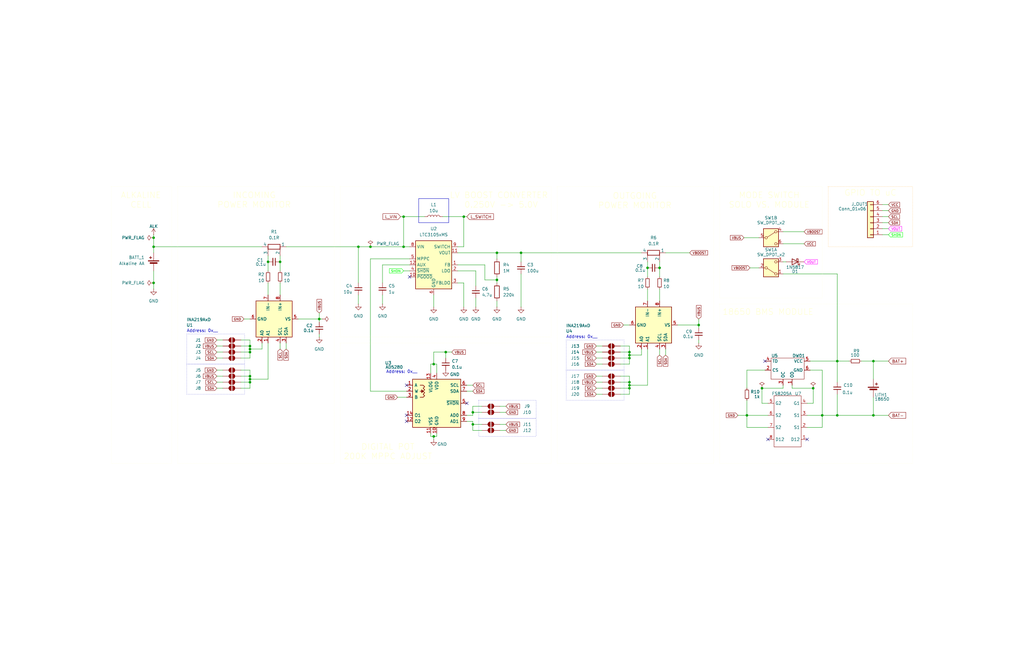
<source format=kicad_sch>
(kicad_sch (version 20250114) (generator "eeschema") (generator_version "9.0")
  (paper "B")
  (title_block (title "Joule Thief") (date "2025-08-05") (rev "R1") (company "Suneater Labs") (comment 1 "Extraction Module"))
  (lib_symbols
    (symbol "000_Dropbin:DW01"
      (property "Reference" "U" (at 1.27 10.16 0))
      (property "Value" "DW01" (at 11.43 10.16 0))
      (symbol "DW01_1_1"
        (pin input line (at -2.54 7.62 0) (length 2.54) (name "TD") (number "4"))
        (pin input line (at -2.54 3.81 0) (length 2.54) (name "CS") (number "2"))
        (pin input line (at 5.08 -2.54 90) (length 2.54) (name "OC") (number "3"))
        (pin input line (at 8.89 -2.54 90) (length 2.54) (name "OD") (number "1"))
        (pin input line (at 16.51 7.62 180) (length 2.54) (name "VCC") (number "5"))
        (pin input line (at 16.51 3.81 180) (length 2.54) (name "GND") (number "6"))
      )
    )
    (symbol "Connector_Generic:Conn_01x06" (pin_names (offset 1.016) (hide yes))
      (property "Reference" "J" (at 0 7.62 0))
      (property "Value" "Conn_01x06" (at 0 -10.16 0))
      (symbol "Conn_01x06_1_1"
        (pin passive line (at -5.08 5.08 0) (length 3.81) (name "Pin_1") (number "1"))
        (pin passive line (at -5.08 2.54 0) (length 3.81) (name "Pin_2") (number "2"))
        (pin passive line (at -5.08 0 0) (length 3.81) (name "Pin_3") (number "3"))
        (pin passive line (at -5.08 -2.54 0) (length 3.81) (name "Pin_4") (number "4"))
        (pin passive line (at -5.08 -5.08 0) (length 3.81) (name "Pin_5") (number "5"))
        (pin passive line (at -5.08 -7.62 0) (length 3.81) (name "Pin_6") (number "6"))
      )
    )
    (symbol "Device:Battery_Cell" (pin_numbers (hide yes)) (pin_names (offset 0) (hide yes))
      (property "Reference" "BT" (at 2.54 2.54 0))
      (property "Value" "Battery_Cell" (at 2.54 0 0))
      (symbol "Battery_Cell_1_1"
        (pin passive line (at 0 5.08 270) (length 2.54) (name "+") (number "1"))
        (pin passive line (at 0 -2.54 90) (length 2.54) (name "-") (number "2"))
      )
    )
    (symbol "Device:C_Small" (pin_numbers (hide yes)) (pin_names (offset 0.254) (hide yes))
      (property "Reference" "C" (at 0.254 1.778 0))
      (property "Value" "C_Small" (at 0.254 -2.032 0))
      (symbol "C_Small_1_1"
        (pin passive line (at 0 2.54 270) (length 2.032) (name "~") (number "1"))
        (pin passive line (at 0 -2.54 90) (length 2.032) (name "~") (number "2"))
      )
    )
    (symbol "Device:D_Schottky" (pin_numbers (hide yes)) (pin_names (offset 1.016) (hide yes))
      (property "Reference" "D" (at 0 2.54 0))
      (property "Value" "D_Schottky" (at 0 -2.54 0))
      (symbol "D_Schottky_1_1"
        (pin passive line (at -3.81 0 0) (length 2.54) (name "K") (number "1"))
        (pin passive line (at 3.81 0 180) (length 2.54) (name "A") (number "2"))
      )
    )
    (symbol "Device:L" (pin_numbers (hide yes)) (pin_names (offset 1.016) (hide yes))
      (property "Reference" "L" (at -1.27 0 90))
      (property "Value" "L" (at 1.905 0 90))
      (symbol "L_1_1"
        (pin passive line (at 0 3.81 270) (length 1.27) (name "1") (number "1"))
        (pin passive line (at 0 -3.81 90) (length 1.27) (name "2") (number "2"))
      )
    )
    (symbol "Device:R" (pin_numbers (hide yes)) (pin_names (offset 0))
      (property "Reference" "R" (at 2.032 0 90))
      (property "Value" "R" (at 0 0 90))
      (symbol "R_1_1"
        (pin passive line (at 0 3.81 270) (length 1.27) (name "~") (number "1"))
        (pin passive line (at 0 -3.81 90) (length 1.27) (name "~") (number "2"))
      )
    )
    (symbol "Device:R_Shunt" (pin_numbers (hide yes)) (pin_names (offset 0))
      (property "Reference" "R" (at -4.445 0 90))
      (property "Value" "R_Shunt" (at -2.54 0 90))
      (symbol "R_Shunt_1_1"
        (pin passive line (at 0 5.08 270) (length 2.54) (name "1") (number "1"))
        (pin passive line (at 0 -5.08 90) (length 2.54) (name "4") (number "4"))
        (pin passive line (at 3.81 2.54 180) (length 2.54) (name "2") (number "2"))
        (pin passive line (at 3.81 -2.54 180) (length 2.54) (name "3") (number "3"))
      )
    )
    (symbol "Device:R_Small" (pin_numbers (hide yes)) (pin_names (offset 0.254) (hide yes))
      (property "Reference" "R" (at 0 0 90))
      (property "Value" "R_Small" (at 1.778 0 90))
      (symbol "R_Small_1_1"
        (pin passive line (at 0 2.54 270) (length 0.762) (name "~") (number "1"))
        (pin passive line (at 0 -2.54 90) (length 0.762) (name "~") (number "2"))
      )
    )
    (symbol "Joule Thief Symbols:FS8205A"
      (property "Reference" "U7" (at -5.08 -10.414 0))
      (property "Value" "FS8205A" (at 1.778 -10.414 0))
      (symbol "FS8205A_1_1"
        (pin input line (at -8.89 8.89 0) (length 2.54) (name "D12") (number "1"))
        (pin input line (at -8.89 3.81 0) (length 2.54) (name "S1") (number "2"))
        (pin input line (at -8.89 -1.27 0) (length 2.54) (name "S1") (number "3"))
        (pin input line (at -8.89 -6.35 0) (length 2.54) (name "G1") (number "4"))
        (pin input line (at 7.62 8.89 180) (length 2.54) (name "D12") (number "8"))
        (pin input line (at 7.62 3.81 180) (length 2.54) (name "S2") (number "7"))
        (pin input line (at 7.62 -1.27 180) (length 2.54) (name "S2") (number "6"))
        (pin input line (at 7.62 -6.35 180) (length 2.54) (name "G2") (number "5"))
      )
    )
    (symbol "Jumper:SolderJumper_2_Open" (pin_numbers (hide yes)) (pin_names (offset 0) (hide yes)) (in_bom no)
      (property "Reference" "JP" (at 0 2.032 0))
      (property "Value" "SolderJumper_2_Open" (at 0 -2.54 0))
      (symbol "SolderJumper_2_Open_1_1"
        (pin passive line (at -3.81 0 0) (length 2.54) (name "A") (number "1"))
        (pin passive line (at 3.81 0 180) (length 2.54) (name "B") (number "2"))
      )
    )
    (symbol "Potentiometer_Digital:AD5280" (pin_names (offset 0.762))
      (property "Reference" "U" (at -7.62 11.43 0))
      (property "Value" "AD5280" (at 5.588 11.43 0))
      (symbol "AD5280_1_1"
        (pin input line (at -12.7 7.62 0) (length 2.54) (name "SCL") (number "6"))
        (pin bidirectional line (at -12.7 5.08 0) (length 2.54) (name "SDA") (number "7"))
        (pin input line (at -12.7 0 0) (length 2.54) (name "~{SHDN}") (number "5"))
        (pin input line (at -12.7 -5.08 0) (length 2.54) (name "AD0") (number "8"))
        (pin input line (at -12.7 -7.62 0) (length 2.54) (name "AD1") (number "9"))
        (pin power_in line (at 0 12.7 270) (length 2.54) (name "VDD") (number "4"))
        (pin power_in line (at 0 -12.7 90) (length 2.54) (name "GND") (number "10"))
        (pin power_in line (at 2.54 12.7 270) (length 2.54) (name "VLOG") (number "13"))
        (pin power_in line (at 2.54 -12.7 90) (length 2.54) (name "VSS") (number "11"))
        (pin passive line (at 12.7 7.62 180) (length 2.54) (name "A") (number "1"))
        (pin passive line (at 12.7 5.08 180) (length 2.54) (name "W") (number "2"))
        (pin passive line (at 12.7 2.54 180) (length 2.54) (name "B") (number "3"))
        (pin output line (at 12.7 -5.08 180) (length 2.54) (name "O1") (number "14"))
        (pin output line (at 12.7 -7.62 180) (length 2.54) (name "O2") (number "12"))
      )
    )
    (symbol "Regulator_Switching:LTC3105xMS"
      (property "Reference" "U" (at -6.35 11.43 0))
      (property "Value" "LTC3105xMS" (at 5.08 11.43 0))
      (symbol "LTC3105xMS_0_0"
        (pin power_in line (at -10.16 7.62 0) (length 2.54) (name "VIN") (number "8"))
        (pin input line (at -10.16 2.54 0) (length 2.54) (name "MPPC") (number "5"))
        (pin output line (at -10.16 0 0) (length 2.54) (name "AUX") (number "12"))
        (pin input line (at -10.16 -2.54 0) (length 2.54) (name "~{SHDN}") (number "4"))
        (pin open_collector line (at -10.16 -5.08 0) (length 2.54) (name "~{PGOOD}") (number "10"))
        (pin power_in line (at 0 -12.7 90) (length 2.54) (name "GND") (number "6"))
        (pin passive line (at 0 -12.7 90) (length 2.54) (hide yes) (name "GND") (number "7"))
        (pin passive line (at 10.16 7.62 180) (length 2.54) (name "SWITCH") (number "9"))
        (pin power_out line (at 10.16 5.08 180) (length 2.54) (name "VOUT") (number "11"))
        (pin input line (at 10.16 0 180) (length 2.54) (name "FB") (number "1"))
        (pin output line (at 10.16 -2.54 180) (length 2.54) (name "LDO") (number "2"))
        (pin input line (at 10.16 -7.62 180) (length 2.54) (name "FBLDO") (number "3"))
      )
    )
    (symbol "Sensor_Energy:INA219AxD"
      (property "Reference" "U" (at -6.35 8.89 0))
      (property "Value" "INA219AxD" (at 5.08 8.89 0))
      (symbol "INA219AxD_1_1"
        (pin input line (at -10.16 2.54 0) (length 2.54) (name "IN+") (number "8"))
        (pin input line (at -10.16 -2.54 0) (length 2.54) (name "IN-") (number "7"))
        (pin power_in line (at 0 10.16 270) (length 2.54) (name "VS") (number "5"))
        (pin power_in line (at 0 -10.16 90) (length 2.54) (name "GND") (number "6"))
        (pin bidirectional line (at 10.16 5.08 180) (length 2.54) (name "SDA") (number "3"))
        (pin input line (at 10.16 2.54 180) (length 2.54) (name "SCL") (number "4"))
        (pin input line (at 10.16 -2.54 180) (length 2.54) (name "A1") (number "1"))
        (pin input line (at 10.16 -5.08 180) (length 2.54) (name "A0") (number "2"))
      )
    )
    (symbol "Switch:SW_DPDT_x2" (pin_names (offset 0) (hide yes))
      (property "Reference" "SW" (at 0 5.08 0))
      (property "Value" "SW_DPDT_x2" (at 0 -5.08 0))
      (symbol "SW_DPDT_x2_1_1"
        (pin passive line (at -5.08 0 0) (length 2.54) (name "B") (number "2"))
        (pin passive line (at 5.08 2.54 180) (length 2.54) (name "A") (number "1"))
        (pin passive line (at 5.08 -2.54 180) (length 2.54) (name "C") (number "3"))
      )
      (symbol "SW_DPDT_x2_2_1"
        (pin passive line (at -5.08 0 0) (length 2.54) (name "B") (number "5"))
        (pin passive line (at 5.08 2.54 180) (length 2.54) (name "A") (number "4"))
        (pin passive line (at 5.08 -2.54 180) (length 2.54) (name "C") (number "6"))
      )
    )
    (symbol "power:+BATT" (power) (pin_numbers (hide yes)) (pin_names (offset 0) (hide yes))
      (property "Value" "+BATT" (at 0 3.556 0))
      (symbol "+BATT_1_1"
        (pin power_in line (at 0 0 90) (length 0) (name "~") (number "1"))
      )
    )
    (symbol "power:GND" (power) (pin_numbers (hide yes)) (pin_names (offset 0) (hide yes))
      (property "Value" "GND" (at 0 -3.81 0))
      (symbol "GND_1_1"
        (pin power_in line (at 0 0 270) (length 0) (name "~") (number "1"))
      )
    )
    (symbol "power:PWR_FLAG" (power) (pin_numbers (hide yes)) (pin_names (offset 0) (hide yes))
      (property "Value" "PWR_FLAG" (at 0 3.81 0))
      (symbol "PWR_FLAG_0_0"
        (pin power_out line (at 0 0 90) (length 0) (name "~") (number "1"))
      )
    )
  )
  (rectangle (start 78.74 140.97) (end 103.124 153.67) (stroke (width 0) (type dot)))
  (rectangle (start 176.53 83.82) (end 189.23 93.98))
  (rectangle (start 234.95 78.74) (end 300.99 195.58) (stroke (width 0) (type dot) (color 255 255 194 1)))
  (rectangle (start 303.53 128.27) (end 384.81 195.58) (stroke (width 0) (type dot) (color 255 255 194 1)))
  (rectangle (start 143.51 144.78) (end 232.41 195.58) (stroke (width 0) (type dot) (color 255 255 194 1)))
  (rectangle (start 143.51 78.74) (end 232.41 142.24) (stroke (width 0) (type dot) (color 255 255 194 1)))
  (rectangle (start 201.93 176.53) (end 226.06 184.15) (stroke (width 0) (type dot)))
  (rectangle (start 238.76 143.51) (end 263.144 156.21) (stroke (width 0) (type dot)))
  (rectangle (start 201.93 168.91) (end 226.06 176.53) (stroke (width 0) (type dot)))
  (rectangle (start 238.76 156.21) (end 263.144 168.91) (stroke (width 0) (type dot)))
  (rectangle (start 78.74 153.67) (end 103.124 166.37) (stroke (width 0) (type dot)))
  (rectangle (start 303.53 78.74) (end 346.71 125.73) (stroke (width 0) (type dot) (color 255 255 194 1)))
  (rectangle (start 74.93 78.74) (end 140.97 195.58) (stroke (width 0) (type dot) (color 255 255 194 1)))
  (rectangle (start 46.99 78.74) (end 72.39 195.58) (stroke (width 0) (type dot) (color 255 255 194 1)))
  (rectangle (start 349.25 78.74) (end 384.81 104.14) (stroke (width 0) (type dot) (color 255 153 0 1)))
  (text "Address: 0x__\n" (at 85.344 139.7 0) (effects (font (size 1.27 1.27))))
  (text "DIGITAL POT\n200K MPPC ADJUST" (at 163.576 190.754 0) (effects (font (size 2.5 2.5))))
  (text "INCOMING\nPOWER MONITOR" (at 107.188 84.582 0) (effects (font (size 2.5 2.5))))
  (text "ALKALINE\nCELL" (at 59.436 84.582 0) (effects (font (size 2.5 2.5))))
  (text "Address: 0x__" (at 169.418 156.972 0) (effects (font (size 1.27 1.27))))
  (text "OUTGOING\nPOWER MONITOR" (at 267.716 84.836 0) (effects (font (size 2.5 2.5))))
  (text "18650 BMS MODULE" (at 323.85 131.826 0) (effects (font (size 2.5 2.5))))
  (text "Address: 0x__\n" (at 245.364 142.24 0) (effects (font (size 1.27 1.27))))
  (text "MODE SWITCH\nSOLO VS. MODULE" (at 324.358 84.582 0) (effects (font (size 2.5 2.5))))
  (text "GPIO TO uC" (at 367.03 81.534 0) (effects (font (size 2.5 2.5))))
  (text "LV BOOST CONVERTER \n0.250V -> 5.0V" (at 211.328 84.582 0) (effects (font (size 2.5 2.5))))
  (junction (at 265.43 162.56))
  (junction (at 182.88 184.15))
  (junction (at 105.41 146.05))
  (junction (at 118.11 110.49))
  (junction (at 321.31 163.83))
  (junction (at 265.43 151.13))
  (junction (at 105.41 160.02))
  (junction (at 170.18 104.14))
  (junction (at 113.03 110.49))
  (junction (at 105.41 158.75))
  (junction (at 199.39 173.99))
  (junction (at 265.43 163.83))
  (junction (at 265.43 148.59))
  (junction (at 342.9 163.83))
  (junction (at 265.43 149.86))
  (junction (at 170.18 91.44))
  (junction (at 368.3 152.4))
  (junction (at 353.06 175.26))
  (junction (at 294.64 137.16))
  (junction (at 314.96 175.26))
  (junction (at 273.05 113.03))
  (junction (at 187.96 148.59))
  (junction (at 278.13 113.03))
  (junction (at 368.3 175.26))
  (junction (at 105.41 148.59))
  (junction (at 353.06 152.4))
  (junction (at 105.41 161.29))
  (junction (at 105.41 147.32))
  (junction (at 64.77 100.33))
  (junction (at 346.71 175.26))
  (junction (at 209.55 118.11))
  (junction (at 265.43 161.29))
  (junction (at 156.21 104.14))
  (junction (at 195.58 91.44))
  (junction (at 209.55 106.68))
  (junction (at 64.77 104.14))
  (junction (at 134.62 134.62))
  (junction (at 199.39 179.07))
  (junction (at 219.71 106.68))
  (junction (at 182.88 153.67))
  (junction (at 64.77 119.38))
  (junction (at 151.13 104.14))
  (no_connect (at 171.45 177.8))
  (no_connect (at 171.45 162.56))
  (no_connect (at 340.36 185.42))
  (no_connect (at 322.58 152.4))
  (no_connect (at 171.45 175.26))
  (no_connect (at 196.85 170.18))
  (no_connect (at 323.85 185.42))
  (no_connect (at 172.72 116.84))
  (wire (pts (xy 265.43 151.13) (xy 265.43 153.67)))
  (wire (pts (xy 219.71 129.54) (xy 219.71 115.57)))
  (wire (pts (xy 91.44 148.59) (xy 93.98 148.59)))
  (wire (pts (xy 265.43 162.56) (xy 265.43 163.83)))
  (wire (pts (xy 314.96 175.26) (xy 323.85 175.26)))
  (wire (pts (xy 372.11 93.98) (xy 374.65 93.98)))
  (wire (pts (xy 91.44 156.21) (xy 93.98 156.21)))
  (wire (pts (xy 353.06 175.26) (xy 368.3 175.26)))
  (wire (pts (xy 91.44 158.75) (xy 93.98 158.75)))
  (wire (pts (xy 182.88 124.46) (xy 182.88 129.54)))
  (wire (pts (xy 265.43 151.13) (xy 261.62 151.13)))
  (wire (pts (xy 346.71 175.26) (xy 346.71 180.34)))
  (wire (pts (xy 251.46 158.75) (xy 254 158.75)))
  (wire (pts (xy 341.63 156.21) (xy 346.71 156.21)))
  (wire (pts (xy 182.88 148.59) (xy 187.96 148.59)))
  (wire (pts (xy 251.46 163.83) (xy 254 163.83)))
  (wire (pts (xy 265.43 146.05) (xy 261.62 146.05)))
  (wire (pts (xy 200.66 125.73) (xy 200.66 129.54)))
  (wire (pts (xy 374.65 86.36) (xy 372.11 86.36)))
  (wire (pts (xy 193.04 114.3) (xy 200.66 114.3)))
  (wire (pts (xy 187.96 148.59) (xy 187.96 151.13)))
  (wire (pts (xy 113.03 107.95) (xy 113.03 110.49)))
  (wire (pts (xy 184.15 182.88) (xy 184.15 184.15)))
  (wire (pts (xy 161.29 111.76) (xy 161.29 119.38)))
  (wire (pts (xy 321.31 170.18) (xy 321.31 163.83)))
  (wire (pts (xy 64.77 114.3) (xy 64.77 119.38)))
  (wire (pts (xy 91.44 163.83) (xy 93.98 163.83)))
  (wire (pts (xy 251.46 161.29) (xy 254 161.29)))
  (wire (pts (xy 64.77 104.14) (xy 110.49 104.14)))
  (wire (pts (xy 341.63 152.4) (xy 353.06 152.4)))
  (wire (pts (xy 193.04 111.76) (xy 204.47 111.76)))
  (wire (pts (xy 187.96 148.59) (xy 190.5 148.59)))
  (wire (pts (xy 251.46 153.67) (xy 254 153.67)))
  (wire (pts (xy 213.36 173.99) (xy 210.82 173.99)))
  (wire (pts (xy 209.55 106.68) (xy 219.71 106.68)))
  (wire (pts (xy 334.01 163.83) (xy 342.9 163.83)))
  (wire (pts (xy 170.18 91.44) (xy 179.07 91.44)))
  (wire (pts (xy 199.39 181.61) (xy 203.2 181.61)))
  (wire (pts (xy 113.03 160.02) (xy 105.41 160.02)))
  (wire (pts (xy 105.41 147.32) (xy 105.41 148.59)))
  (wire (pts (xy 156.21 109.22) (xy 172.72 109.22)))
  (wire (pts (xy 105.41 134.62) (xy 102.87 134.62)))
  (wire (pts (xy 340.36 175.26) (xy 346.71 175.26)))
  (wire (pts (xy 170.18 104.14) (xy 172.72 104.14)))
  (wire (pts (xy 323.85 180.34) (xy 314.96 180.34)))
  (wire (pts (xy 182.88 184.15) (xy 182.88 185.42)))
  (wire (pts (xy 105.41 160.02) (xy 105.41 161.29)))
  (wire (pts (xy 321.31 170.18) (xy 323.85 170.18)))
  (wire (pts (xy 209.55 116.84) (xy 209.55 118.11)))
  (wire (pts (xy 91.44 161.29) (xy 93.98 161.29)))
  (wire (pts (xy 113.03 114.3) (xy 113.03 110.49)))
  (wire (pts (xy 196.85 175.26) (xy 199.39 175.26)))
  (wire (pts (xy 110.49 144.78) (xy 110.49 147.32)))
  (wire (pts (xy 105.41 156.21) (xy 101.6 156.21)))
  (wire (pts (xy 134.62 132.08) (xy 134.62 134.62)))
  (wire (pts (xy 353.06 152.4) (xy 353.06 161.29)))
  (wire (pts (xy 134.62 134.62) (xy 125.73 134.62)))
  (wire (pts (xy 105.41 148.59) (xy 105.41 151.13)))
  (wire (pts (xy 265.43 148.59) (xy 265.43 146.05)))
  (wire (pts (xy 91.44 146.05) (xy 93.98 146.05)))
  (wire (pts (xy 278.13 149.86) (xy 278.13 147.32)))
  (wire (pts (xy 182.88 184.15) (xy 181.61 184.15)))
  (wire (pts (xy 184.15 153.67) (xy 184.15 157.48)))
  (wire (pts (xy 135.89 134.62) (xy 134.62 134.62)))
  (wire (pts (xy 195.58 91.44) (xy 196.85 91.44)))
  (wire (pts (xy 105.41 143.51) (xy 101.6 143.51)))
  (wire (pts (xy 113.03 124.46) (xy 113.03 119.38)))
  (wire (pts (xy 251.46 166.37) (xy 254 166.37)))
  (wire (pts (xy 213.36 171.45) (xy 210.82 171.45)))
  (wire (pts (xy 193.04 106.68) (xy 209.55 106.68)))
  (wire (pts (xy 278.13 113.03) (xy 278.13 110.49)))
  (wire (pts (xy 184.15 184.15) (xy 182.88 184.15)))
  (wire (pts (xy 209.55 106.68) (xy 209.55 109.22)))
  (wire (pts (xy 265.43 158.75) (xy 261.62 158.75)))
  (wire (pts (xy 199.39 173.99) (xy 203.2 173.99)))
  (wire (pts (xy 204.47 118.11) (xy 209.55 118.11)))
  (wire (pts (xy 280.67 106.68) (xy 290.83 106.68)))
  (wire (pts (xy 273.05 110.49) (xy 273.05 113.03)))
  (wire (pts (xy 265.43 163.83) (xy 265.43 166.37)))
  (wire (pts (xy 334.01 162.56) (xy 334.01 163.83)))
  (wire (pts (xy 170.18 114.3) (xy 172.72 114.3)))
  (wire (pts (xy 368.3 175.26) (xy 374.65 175.26)))
  (wire (pts (xy 322.58 156.21) (xy 314.96 156.21)))
  (wire (pts (xy 368.3 152.4) (xy 368.3 160.02)))
  (wire (pts (xy 105.41 151.13) (xy 101.6 151.13)))
  (wire (pts (xy 156.21 165.1) (xy 171.45 165.1)))
  (wire (pts (xy 330.2 163.83) (xy 330.2 162.56)))
  (wire (pts (xy 353.06 115.57) (xy 353.06 152.4)))
  (wire (pts (xy 270.51 147.32) (xy 270.51 149.86)))
  (wire (pts (xy 273.05 162.56) (xy 265.43 162.56)))
  (wire (pts (xy 294.64 134.62) (xy 294.64 137.16)))
  (wire (pts (xy 199.39 175.26) (xy 199.39 173.99)))
  (wire (pts (xy 372.11 96.52) (xy 374.65 96.52)))
  (wire (pts (xy 171.45 167.64) (xy 167.64 167.64)))
  (wire (pts (xy 314.96 156.21) (xy 314.96 163.83)))
  (wire (pts (xy 265.43 162.56) (xy 265.43 161.29)))
  (wire (pts (xy 200.66 114.3) (xy 200.66 120.65)))
  (wire (pts (xy 330.2 102.87) (xy 339.09 102.87)))
  (wire (pts (xy 105.41 148.59) (xy 101.6 148.59)))
  (wire (pts (xy 199.39 177.8) (xy 199.39 179.07)))
  (wire (pts (xy 181.61 153.67) (xy 181.61 157.48)))
  (wire (pts (xy 134.62 140.97) (xy 134.62 142.24)))
  (wire (pts (xy 156.21 104.14) (xy 170.18 104.14)))
  (wire (pts (xy 91.44 151.13) (xy 93.98 151.13)))
  (wire (pts (xy 342.9 163.83) (xy 342.9 170.18)))
  (wire (pts (xy 120.65 104.14) (xy 151.13 104.14)))
  (wire (pts (xy 330.2 110.49) (xy 331.47 110.49)))
  (wire (pts (xy 105.41 160.02) (xy 105.41 158.75)))
  (wire (pts (xy 184.15 153.67) (xy 182.88 153.67)))
  (wire (pts (xy 251.46 151.13) (xy 254 151.13)))
  (wire (pts (xy 294.64 137.16) (xy 294.64 138.43)))
  (wire (pts (xy 193.04 104.14) (xy 195.58 104.14)))
  (wire (pts (xy 265.43 149.86) (xy 265.43 148.59)))
  (wire (pts (xy 265.43 148.59) (xy 261.62 148.59)))
  (wire (pts (xy 134.62 134.62) (xy 134.62 135.89)))
  (wire (pts (xy 209.55 118.11) (xy 209.55 119.38)))
  (wire (pts (xy 118.11 147.32) (xy 118.11 144.78)))
  (wire (pts (xy 280.67 149.86) (xy 280.67 147.32)))
  (wire (pts (xy 161.29 124.46) (xy 161.29 128.27)))
  (wire (pts (xy 105.41 158.75) (xy 101.6 158.75)))
  (wire (pts (xy 199.39 179.07) (xy 203.2 179.07)))
  (wire (pts (xy 156.21 165.1) (xy 156.21 109.22)))
  (wire (pts (xy 209.55 129.54) (xy 209.55 127)))
  (wire (pts (xy 251.46 146.05) (xy 254 146.05)))
  (wire (pts (xy 265.43 137.16) (xy 262.89 137.16)))
  (wire (pts (xy 195.58 119.38) (xy 195.58 129.54)))
  (wire (pts (xy 105.41 161.29) (xy 105.41 163.83)))
  (wire (pts (xy 105.41 158.75) (xy 105.41 156.21)))
  (wire (pts (xy 213.36 179.07) (xy 210.82 179.07)))
  (wire (pts (xy 196.85 165.1) (xy 199.39 165.1)))
  (wire (pts (xy 313.69 100.33) (xy 320.04 100.33)))
  (wire (pts (xy 199.39 173.99) (xy 199.39 171.45)))
  (wire (pts (xy 265.43 161.29) (xy 261.62 161.29)))
  (wire (pts (xy 265.43 166.37) (xy 261.62 166.37)))
  (wire (pts (xy 182.88 153.67) (xy 182.88 148.59)))
  (wire (pts (xy 273.05 127) (xy 273.05 121.92)))
  (wire (pts (xy 294.64 143.51) (xy 294.64 144.78)))
  (wire (pts (xy 314.96 175.26) (xy 314.96 180.34)))
  (wire (pts (xy 118.11 110.49) (xy 118.11 107.95)))
  (wire (pts (xy 120.65 147.32) (xy 120.65 144.78)))
  (wire (pts (xy 374.65 88.9) (xy 372.11 88.9)))
  (wire (pts (xy 346.71 156.21) (xy 346.71 175.26)))
  (wire (pts (xy 199.39 171.45) (xy 203.2 171.45)))
  (wire (pts (xy 168.91 91.44) (xy 170.18 91.44)))
  (wire (pts (xy 219.71 106.68) (xy 219.71 110.49)))
  (wire (pts (xy 105.41 161.29) (xy 101.6 161.29)))
  (wire (pts (xy 110.49 147.32) (xy 105.41 147.32)))
  (wire (pts (xy 368.3 167.64) (xy 368.3 175.26)))
  (wire (pts (xy 353.06 152.4) (xy 358.14 152.4)))
  (wire (pts (xy 273.05 116.84) (xy 273.05 113.03)))
  (wire (pts (xy 372.11 91.44) (xy 374.65 91.44)))
  (wire (pts (xy 91.44 143.51) (xy 93.98 143.51)))
  (wire (pts (xy 363.22 152.4) (xy 368.3 152.4)))
  (wire (pts (xy 196.85 177.8) (xy 199.39 177.8)))
  (wire (pts (xy 151.13 104.14) (xy 156.21 104.14)))
  (wire (pts (xy 105.41 146.05) (xy 105.41 143.51)))
  (wire (pts (xy 64.77 104.14) (xy 64.77 106.68)))
  (wire (pts (xy 278.13 116.84) (xy 278.13 113.03)))
  (wire (pts (xy 368.3 152.4) (xy 374.65 152.4)))
  (wire (pts (xy 182.88 153.67) (xy 181.61 153.67)))
  (wire (pts (xy 199.39 179.07) (xy 199.39 181.61)))
  (wire (pts (xy 346.71 175.26) (xy 353.06 175.26)))
  (wire (pts (xy 294.64 137.16) (xy 285.75 137.16)))
  (wire (pts (xy 195.58 91.44) (xy 195.58 104.14)))
  (wire (pts (xy 265.43 161.29) (xy 265.43 158.75)))
  (wire (pts (xy 278.13 127) (xy 278.13 121.92)))
  (wire (pts (xy 118.11 124.46) (xy 118.11 119.38)))
  (wire (pts (xy 118.11 114.3) (xy 118.11 110.49)))
  (wire (pts (xy 316.23 113.03) (xy 320.04 113.03)))
  (wire (pts (xy 193.04 119.38) (xy 195.58 119.38)))
  (wire (pts (xy 151.13 104.14) (xy 151.13 119.38)))
  (wire (pts (xy 372.11 99.06) (xy 374.65 99.06)))
  (wire (pts (xy 321.31 163.83) (xy 330.2 163.83)))
  (wire (pts (xy 204.47 111.76) (xy 204.47 118.11)))
  (wire (pts (xy 172.72 111.76) (xy 161.29 111.76)))
  (wire (pts (xy 330.2 97.79) (xy 339.09 97.79)))
  (wire (pts (xy 340.36 180.34) (xy 346.71 180.34)))
  (wire (pts (xy 270.51 149.86) (xy 265.43 149.86)))
  (wire (pts (xy 64.77 99.06) (xy 64.77 100.33)))
  (wire (pts (xy 330.2 115.57) (xy 353.06 115.57)))
  (wire (pts (xy 105.41 147.32) (xy 105.41 146.05)))
  (wire (pts (xy 340.36 170.18) (xy 342.9 170.18)))
  (wire (pts (xy 265.43 163.83) (xy 261.62 163.83)))
  (wire (pts (xy 213.36 181.61) (xy 210.82 181.61)))
  (wire (pts (xy 196.85 162.56) (xy 199.39 162.56)))
  (wire (pts (xy 273.05 147.32) (xy 273.05 162.56)))
  (wire (pts (xy 105.41 146.05) (xy 101.6 146.05)))
  (wire (pts (xy 181.61 182.88) (xy 181.61 184.15)))
  (wire (pts (xy 314.96 168.91) (xy 314.96 175.26)))
  (wire (pts (xy 270.51 106.68) (xy 219.71 106.68)))
  (wire (pts (xy 265.43 149.86) (xy 265.43 151.13)))
  (wire (pts (xy 186.69 91.44) (xy 195.58 91.44)))
  (wire (pts (xy 105.41 163.83) (xy 101.6 163.83)))
  (wire (pts (xy 311.15 175.26) (xy 314.96 175.26)))
  (wire (pts (xy 151.13 124.46) (xy 151.13 128.27)))
  (wire (pts (xy 64.77 119.38) (xy 64.77 121.92)))
  (wire (pts (xy 353.06 166.37) (xy 353.06 175.26)))
  (wire (pts (xy 265.43 153.67) (xy 261.62 153.67)))
  (wire (pts (xy 170.18 104.14) (xy 170.18 91.44)))
  (wire (pts (xy 64.77 100.33) (xy 64.77 104.14)))
  (wire (pts (xy 251.46 148.59) (xy 254 148.59)))
  (wire (pts (xy 113.03 144.78) (xy 113.03 160.02)))
  (global_label "SDA" (shape input) (at 251.46 153.67 180) (effects (font (size 1 1))) (property "Intersheetrefs" "${INTERSHEET_REFS}" (effects (hide yes))))
  (global_label "VBOOST" (shape input) (at 316.23 113.03 180) (effects (font (size 1 1))) (property "Intersheetrefs" "${INTERSHEET_REFS}" (effects (hide yes))))
  (global_label "SDA" (shape input) (at 91.44 163.83 180) (effects (font (size 1 1))) (property "Intersheetrefs" "${INTERSHEET_REFS}" (effects (hide yes))))
  (global_label "SCL" (shape input) (at 91.44 161.29 180) (effects (font (size 1 1))) (property "Intersheetrefs" "${INTERSHEET_REFS}" (effects (hide yes))))
  (global_label "GND" (shape input) (at 374.65 88.9 0) (effects (font (size 1 1))) (property "Intersheetrefs" "${INTERSHEET_REFS}" (effects (hide yes))))
  (global_label "GND" (shape input) (at 262.89 137.16 180) (effects (font (size 1 1))) (property "Intersheetrefs" "${INTERSHEET_REFS}" (effects (hide yes))))
  (global_label "GND" (shape input) (at 311.15 175.26 180) (effects (font (size 1 1))) (property "Intersheetrefs" "${INTERSHEET_REFS}" (effects (hide yes))))
  (global_label "SDA" (shape input) (at 374.65 93.98 0) (effects (font (size 1 1))) (property "Intersheetrefs" "${INTERSHEET_REFS}" (effects (hide yes))))
  (global_label "SCL" (shape input) (at 118.11 147.32 270) (effects (font (size 1 1))) (property "Intersheetrefs" "${INTERSHEET_REFS}" (effects (hide yes))))
  (global_label "VBUS" (shape input) (at 213.36 179.07 0) (effects (font (size 1 1))) (property "Intersheetrefs" "${INTERSHEET_REFS}" (effects (hide yes))))
  (global_label "VBUS" (shape input) (at 91.44 146.05 180) (effects (font (size 1 1))) (property "Intersheetrefs" "${INTERSHEET_REFS}" (effects (hide yes))))
  (global_label "VBUS" (shape input) (at 313.69 100.33 180) (effects (font (size 1 1))) (property "Intersheetrefs" "${INTERSHEET_REFS}" (effects (hide yes))))
  (global_label "L_VIN" (shape input) (at 168.91 91.44 180) (property "Intersheetrefs" "${INTERSHEET_REFS}" (effects (hide yes))))
  (global_label "SHDN" (shape input) (at 374.65 99.06 0) (effects (font (size 1 1))) (property "Intersheetrefs" "${INTERSHEET_REFS}" (effects (hide yes))))
  (global_label "SCL" (shape input) (at 251.46 151.13 180) (effects (font (size 1 1))) (property "Intersheetrefs" "${INTERSHEET_REFS}" (effects (hide yes))))
  (global_label "SHDN" (shape input) (at 170.18 114.3 180) (effects (font (size 1 1))) (property "Intersheetrefs" "${INTERSHEET_REFS}" (effects (hide yes))))
  (global_label "VCC" (shape input) (at 339.09 102.87 0) (effects (font (size 1 1))) (property "Intersheetrefs" "${INTERSHEET_REFS}" (effects (hide yes))))
  (global_label "SDA" (shape input) (at 120.65 147.32 270) (effects (font (size 1 1))) (property "Intersheetrefs" "${INTERSHEET_REFS}" (effects (hide yes))))
  (global_label "VBUS" (shape input) (at 91.44 158.75 180) (effects (font (size 1 1))) (property "Intersheetrefs" "${INTERSHEET_REFS}" (effects (hide yes))))
  (global_label "BAT+" (shape input) (at 374.65 152.4 0) (property "Intersheetrefs" "${INTERSHEET_REFS}" (effects (hide yes))))
  (global_label "VBUS" (shape input) (at 251.46 148.59 180) (effects (font (size 1 1))) (property "Intersheetrefs" "${INTERSHEET_REFS}" (effects (hide yes))))
  (global_label "VBUS" (shape input) (at 251.46 161.29 180) (effects (font (size 1 1))) (property "Intersheetrefs" "${INTERSHEET_REFS}" (effects (hide yes))))
  (global_label "L_SWITCH" (shape input) (at 196.85 91.44 0) (property "Intersheetrefs" "${INTERSHEET_REFS}" (effects (hide yes))))
  (global_label "SDA" (shape input) (at 251.46 166.37 180) (effects (font (size 1 1))) (property "Intersheetrefs" "${INTERSHEET_REFS}" (effects (hide yes))))
  (global_label "SCL" (shape input) (at 251.46 163.83 180) (effects (font (size 1 1))) (property "Intersheetrefs" "${INTERSHEET_REFS}" (effects (hide yes))))
  (global_label "GND" (shape input) (at 213.36 181.61 0) (effects (font (size 1 1))) (property "Intersheetrefs" "${INTERSHEET_REFS}" (effects (hide yes))))
  (global_label "VBUS" (shape input) (at 294.64 134.62 90) (effects (font (size 1 1))) (property "Intersheetrefs" "${INTERSHEET_REFS}" (effects (hide yes))))
  (global_label "GND" (shape input) (at 91.44 156.21 180) (effects (font (size 1 1))) (property "Intersheetrefs" "${INTERSHEET_REFS}" (effects (hide yes))))
  (global_label "SDA" (shape input) (at 280.67 149.86 270) (effects (font (size 1 1))) (property "Intersheetrefs" "${INTERSHEET_REFS}" (effects (hide yes))))
  (global_label "VOUT" (shape input) (at 339.09 110.49 0) (effects (font (size 1 1))) (property "Intersheetrefs" "${INTERSHEET_REFS}" (effects (hide yes))))
  (global_label "GND" (shape input) (at 213.36 173.99 0) (effects (font (size 1 1))) (property "Intersheetrefs" "${INTERSHEET_REFS}" (effects (hide yes))))
  (global_label "SDA" (shape input) (at 91.44 151.13 180) (effects (font (size 1 1))) (property "Intersheetrefs" "${INTERSHEET_REFS}" (effects (hide yes))))
  (global_label "VBUS" (shape input) (at 190.5 148.59 0) (effects (font (size 1 1))) (property "Intersheetrefs" "${INTERSHEET_REFS}" (effects (hide yes))))
  (global_label "VBUS" (shape input) (at 134.62 132.08 90) (effects (font (size 1 1))) (property "Intersheetrefs" "${INTERSHEET_REFS}" (effects (hide yes))))
  (global_label "VCC" (shape input) (at 374.65 86.36 0) (effects (font (size 1 1))) (property "Intersheetrefs" "${INTERSHEET_REFS}" (effects (hide yes))))
  (global_label "SCL" (shape input) (at 374.65 91.44 0) (effects (font (size 1 1))) (property "Intersheetrefs" "${INTERSHEET_REFS}" (effects (hide yes))))
  (global_label "VBUS" (shape input) (at 213.36 171.45 0) (effects (font (size 1 1))) (property "Intersheetrefs" "${INTERSHEET_REFS}" (effects (hide yes))))
  (global_label "VOUT" (shape input) (at 374.65 96.52 0) (effects (font (size 1 1))) (property "Intersheetrefs" "${INTERSHEET_REFS}" (effects (hide yes))))
  (global_label "SCL" (shape input) (at 91.44 148.59 180) (effects (font (size 1 1))) (property "Intersheetrefs" "${INTERSHEET_REFS}" (effects (hide yes))))
  (global_label "SCL" (shape input) (at 199.39 162.56 0) (effects (font (size 1 1))) (property "Intersheetrefs" "${INTERSHEET_REFS}" (effects (hide yes))))
  (global_label "VBOOST" (shape input) (at 339.09 97.79 0) (effects (font (size 1 1))) (property "Intersheetrefs" "${INTERSHEET_REFS}" (effects (hide yes))))
  (global_label "GND" (shape input) (at 91.44 143.51 180) (effects (font (size 1 1))) (property "Intersheetrefs" "${INTERSHEET_REFS}" (effects (hide yes))))
  (global_label "GND" (shape input) (at 251.46 146.05 180) (effects (font (size 1 1))) (property "Intersheetrefs" "${INTERSHEET_REFS}" (effects (hide yes))))
  (global_label "GND" (shape input) (at 167.64 167.64 180) (effects (font (size 1 1))) (property "Intersheetrefs" "${INTERSHEET_REFS}" (effects (hide yes))))
  (global_label "SDA" (shape input) (at 199.39 165.1 0) (effects (font (size 1 1))) (property "Intersheetrefs" "${INTERSHEET_REFS}" (effects (hide yes))))
  (global_label "BAT-" (shape input) (at 374.65 175.26 0) (property "Intersheetrefs" "${INTERSHEET_REFS}" (effects (hide yes))))
  (global_label "VBOOST" (shape input) (at 290.83 106.68 0) (effects (font (size 1 1))) (property "Intersheetrefs" "${INTERSHEET_REFS}" (effects (hide yes))))
  (global_label "SCL" (shape input) (at 278.13 149.86 270) (effects (font (size 1 1))) (property "Intersheetrefs" "${INTERSHEET_REFS}" (effects (hide yes))))
  (global_label "GND" (shape input) (at 251.46 158.75 180) (effects (font (size 1 1))) (property "Intersheetrefs" "${INTERSHEET_REFS}" (effects (hide yes))))
  (global_label "GND" (shape input) (at 102.87 134.62 180) (effects (font (size 1 1))) (property "Intersheetrefs" "${INTERSHEET_REFS}" (effects (hide yes))))
  (symbol (lib_id "Sensor_Energy:INA219AxD") (at 115.57 134.62 270) (unit 1)
    (property "Reference" "U1" (at 80.01 137.16 90))
    (property "Value" "INA219AxD" (at 83.82 134.874 90))
    (property "Footprint" "Package_SO:SOIC-8_3.9x4.9mm_P1.27mm" (effects (hide yes)))
    (property "Datasheet" "http://www.ti.com/lit/ds/symlink/ina219.pdf" (effects (hide yes)))
    (property "Description" "Zero-Drift, Bidirectional Current/Power Monitor (0-26V) With I2C Interface, SOIC-8" (effects (hide yes)))
  )
  (symbol (lib_id "Device:R_Small") (at 113.03 116.84 180) (unit 1)
    (property "Reference" "R2" (at 111.506 115.824 0) (effects (justify left)))
    (property "Value" "10" (at 111.506 118.364 0) (effects (justify left)))
    (property "Footprint" "Resistor_SMD:R_0805_2012Metric_Pad1.20x1.40mm_HandSolder" (effects (hide yes)))
    (property "Description" "Resistor, small symbol" (effects (hide yes)))
  )
  (symbol (lib_id "Jumper:SolderJumper_2_Open") (at 97.79 156.21 180) (unit 1) (in_bom no)
    (property "Reference" "J5" (at 83.566 156.21 0))
    (property "Value" "SolderJumper_2_Open" (effects (hide yes)))
    (property "Footprint" "Jumper:SolderJumper-2_P1.3mm_Open_RoundedPad1.0x1.5mm" (effects (hide yes)))
    (property "Description" "Solder Jumper, 2-pole, open" (effects (hide yes)))
  )
  (symbol (lib_id "Jumper:SolderJumper_2_Open") (at 257.81 146.05 180) (unit 1) (in_bom no)
    (property "Reference" "J13" (at 242.57 146.05 0))
    (property "Value" "SolderJumper_2_Open" (effects (hide yes)))
    (property "Footprint" "Jumper:SolderJumper-2_P1.3mm_Open_RoundedPad1.0x1.5mm" (effects (hide yes)))
    (property "Description" "Solder Jumper, 2-pole, open" (effects (hide yes)))
  )
  (symbol (lib_id "Device:R_Small") (at 278.13 119.38 0) (mirror x) (unit 1)
    (property "Reference" "R8" (at 279.654 118.364 0) (effects (justify left)))
    (property "Value" "10" (at 279.654 120.904 0) (effects (justify left)))
    (property "Footprint" "Resistor_SMD:R_0805_2012Metric_Pad1.20x1.40mm_HandSolder" (effects (hide yes)))
    (property "Description" "Resistor, small symbol" (effects (hide yes)))
  )
  (symbol (lib_id "Jumper:SolderJumper_2_Open") (at 97.79 163.83 180) (unit 1) (in_bom no)
    (property "Reference" "J8" (at 83.566 163.83 0))
    (property "Value" "SolderJumper_2_Open" (effects (hide yes)))
    (property "Footprint" "Jumper:SolderJumper-2_P1.3mm_Open_RoundedPad1.0x1.5mm" (effects (hide yes)))
    (property "Description" "Solder Jumper, 2-pole, open" (effects (hide yes)))
  )
  (symbol (lib_id "Regulator_Switching:LTC3105xMS") (at 182.88 111.76 0) (unit 1)
    (property "Reference" "U2" (at 182.88 96.52 0))
    (property "Value" "LTC3105xMS" (at 182.88 99.06 0))
    (property "Footprint" "Package_SO:MSOP-12_3x4.039mm_P0.65mm" (effects (hide yes)))
    (property "Datasheet" "https://www.analog.com/media/en/technical-documentation/data-sheets/3105fb.pdf" (effects (hide yes)))
    (property "Description" "400mA Step-Up DC/DC Converter with Maximum Power Point Control and 250mV Start-Up, MSOP-12" (effects (hide yes)))
  )
  (symbol (lib_id "power:PWR_FLAG") (at 64.77 119.38 90) (unit 1)
    (property "Reference" "#FLG02" (effects (hide yes)))
    (property "Value" "PWR_FLAG" (at 60.96 119.3799 90) (effects (justify left)))
    (property "Description" "Special symbol for telling ERC where power comes from" (effects (hide yes)))
  )
  (symbol (lib_id "Device:L") (at 182.88 91.44 90) (unit 1)
    (property "Reference" "L1" (at 182.88 86.36 90))
    (property "Value" "10u" (at 182.88 88.9 90))
    (property "Footprint" "Joule Thief Footprints:Power_Inductor_101040" (effects (hide yes)))
    (property "Description" "Inductor" (effects (hide yes)))
  )
  (symbol (lib_id "Device:C_Small") (at 200.66 123.19 0) (unit 1)
    (property "Reference" "C6" (at 203.2 121.9262 0) (effects (justify left)))
    (property "Value" "4.7u" (at 203.2 124.4662 0) (effects (justify left)))
    (property "Footprint" "Capacitor_SMD:C_0805_2012Metric_Pad1.18x1.45mm_HandSolder" (effects (hide yes)))
    (property "Description" "Unpolarized capacitor, small symbol" (effects (hide yes)))
  )
  (symbol (lib_id "Device:C_Small") (at 161.29 121.92 0) (unit 1)
    (property "Reference" "C5" (at 163.83 120.6562 0) (effects (justify left)))
    (property "Value" "1u" (at 163.83 123.1962 0) (effects (justify left)))
    (property "Footprint" "Capacitor_SMD:C_0805_2012Metric_Pad1.18x1.45mm_HandSolder" (effects (hide yes)))
    (property "Description" "Unpolarized capacitor, small symbol" (effects (hide yes)))
  )
  (symbol (lib_id "power:GND") (at 151.13 128.27 0) (unit 1)
    (property "Reference" "#PWR0105" (effects (hide yes)))
    (property "Value" "GND" (at 151.13 133.35 0))
    (property "Description" "Power symbol creates a global label with name \"GND\" , ground" (effects (hide yes)))
  )
  (symbol (lib_id "Device:C_Small") (at 187.96 153.67 0) (mirror y) (unit 1)
    (property "Reference" "C7" (at 190.5 152.4062 0) (effects (justify right)))
    (property "Value" "0.1u" (at 190.5 154.9462 0) (effects (justify right)))
    (property "Footprint" "Capacitor_SMD:C_0805_2012Metric_Pad1.18x1.45mm_HandSolder" (effects (hide yes)))
    (property "Description" "Unpolarized capacitor, small symbol" (effects (hide yes)))
  )
  (symbol (lib_id "power:PWR_FLAG") (at 156.21 104.14 0) (unit 1)
    (property "Reference" "#FLG0101" (effects (hide yes)))
    (property "Value" "PWR_FLAG" (at 158.75 102.8699 0) (effects (justify left)))
    (property "Description" "Special symbol for telling ERC where power comes from" (effects (hide yes)))
  )
  (symbol (lib_id "Sensor_Energy:INA219AxD") (at 275.59 137.16 270) (unit 1)
    (property "Reference" "U4" (at 240.03 139.7 90))
    (property "Value" "INA219AxD" (at 243.84 137.414 90))
    (property "Footprint" "Package_SO:SOIC-8_3.9x4.9mm_P1.27mm" (effects (hide yes)))
    (property "Datasheet" "http://www.ti.com/lit/ds/symlink/ina219.pdf" (effects (hide yes)))
    (property "Description" "Zero-Drift, Bidirectional Current/Power Monitor (0-26V) With I2C Interface, SOIC-8" (effects (hide yes)))
  )
  (symbol (lib_id "power:GND") (at 161.29 128.27 0) (unit 1)
    (property "Reference" "#PWR0106" (effects (hide yes)))
    (property "Value" "GND" (at 161.29 133.35 0))
    (property "Description" "Power symbol creates a global label with name \"GND\" , ground" (effects (hide yes)))
  )
  (symbol (lib_id "power:GND") (at 182.88 129.54 0) (unit 1)
    (property "Reference" "#PWR0109" (effects (hide yes)))
    (property "Value" "GND" (at 182.88 134.62 0))
    (property "Description" "Power symbol creates a global label with name \"GND\" , ground" (effects (hide yes)))
  )
  (symbol (lib_id "Jumper:SolderJumper_2_Open") (at 207.01 173.99 0) (unit 1) (in_bom no)
    (property "Reference" "J10" (at 222.25 173.99 0))
    (property "Value" "SolderJumper_2_Open" (effects (hide yes)))
    (property "Footprint" "Jumper:SolderJumper-2_P1.3mm_Open_RoundedPad1.0x1.5mm" (effects (hide yes)))
    (property "Description" "Solder Jumper, 2-pole, open" (effects (hide yes)))
  )
  (symbol (lib_id "Jumper:SolderJumper_2_Open") (at 97.79 146.05 180) (unit 1) (in_bom no)
    (property "Reference" "J2" (at 83.566 146.05 0))
    (property "Value" "SolderJumper_2_Open" (effects (hide yes)))
    (property "Footprint" "Jumper:SolderJumper-2_P1.3mm_Open_RoundedPad1.0x1.5mm" (effects (hide yes)))
    (property "Description" "Solder Jumper, 2-pole, open" (effects (hide yes)))
  )
  (symbol (lib_id "Device:R_Small") (at 118.11 116.84 0) (mirror x) (unit 1)
    (property "Reference" "R3" (at 119.634 115.824 0) (effects (justify left)))
    (property "Value" "10" (at 119.634 118.364 0) (effects (justify left)))
    (property "Footprint" "Resistor_SMD:R_0805_2012Metric_Pad1.20x1.40mm_HandSolder" (effects (hide yes)))
    (property "Description" "Resistor, small symbol" (effects (hide yes)))
  )
  (symbol (lib_id "Device:C_Small") (at 353.06 163.83 0) (mirror x) (unit 1)
    (property "Reference" "C10" (at 357.632 162.56 0))
    (property "Value" "0.1u" (at 357.378 165.608 0))
    (property "Footprint" "Capacitor_SMD:C_0805_2012Metric_Pad1.18x1.45mm_HandSolder" (effects (hide yes)))
    (property "Description" "Unpolarized capacitor, small symbol" (effects (hide yes)))
  )
  (symbol (lib_id "power:PWR_FLAG") (at 342.9 163.83 0) (unit 1)
    (property "Reference" "#FLG0108" (effects (hide yes)))
    (property "Value" "PWR_FLAG" (effects (hide yes)))
    (property "Description" "Special symbol for telling ERC where power comes from" (effects (hide yes)))
  )
  (symbol (lib_id "Device:R_Small") (at 273.05 119.38 180) (unit 1)
    (property "Reference" "R7" (at 271.526 118.364 0) (effects (justify left)))
    (property "Value" "10" (at 271.526 120.904 0) (effects (justify left)))
    (property "Footprint" "Resistor_SMD:R_0805_2012Metric_Pad1.20x1.40mm_HandSolder" (effects (hide yes)))
    (property "Description" "Resistor, small symbol" (effects (hide yes)))
  )
  (symbol (lib_id "power:GND") (at 187.96 156.21 0) (unit 1)
    (property "Reference" "#PWR0103" (effects (hide yes)))
    (property "Value" "GND" (at 191.77 157.988 0))
    (property "Description" "Power symbol creates a global label with name \"GND\" , ground" (effects (hide yes)))
  )
  (symbol (lib_id "power:GND") (at 182.88 185.42 0) (unit 1)
    (property "Reference" "#PWR0104" (effects (hide yes)))
    (property "Value" "GND" (at 186.436 187.452 0))
    (property "Description" "Power symbol creates a global label with name \"GND\" , ground" (effects (hide yes)))
  )
  (symbol (lib_id "Jumper:SolderJumper_2_Open") (at 257.81 158.75 180) (unit 1) (in_bom no)
    (property "Reference" "J17" (at 242.57 158.75 0))
    (property "Value" "SolderJumper_2_Open" (effects (hide yes)))
    (property "Footprint" "Jumper:SolderJumper-2_P1.3mm_Open_RoundedPad1.0x1.5mm" (effects (hide yes)))
    (property "Description" "Solder Jumper, 2-pole, open" (effects (hide yes)))
  )
  (symbol (lib_id "Jumper:SolderJumper_2_Open") (at 97.79 151.13 180) (unit 1) (in_bom no)
    (property "Reference" "J4" (at 83.566 151.13 0))
    (property "Value" "SolderJumper_2_Open" (effects (hide yes)))
    (property "Footprint" "Jumper:SolderJumper-2_P1.3mm_Open_RoundedPad1.0x1.5mm" (effects (hide yes)))
    (property "Description" "Solder Jumper, 2-pole, open" (effects (hide yes)))
  )
  (symbol (lib_id "Device:Battery_Cell") (at 64.77 111.76 0) (mirror y) (unit 1)
    (property "Reference" "BATT_1" (at 60.96 108.6484 0) (effects (justify left)))
    (property "Value" "Alkaline AA" (at 60.96 111.1884 0) (effects (justify left)))
    (property "Footprint" "Joule Thief Footprints:AA_Cell_Clip_V2" (effects (hide yes)))
    (property "Description" "Single-cell battery" (effects (hide yes)))
  )
  (symbol (lib_id "power:GND") (at 195.58 129.54 0) (unit 1)
    (property "Reference" "#PWR0108" (effects (hide yes)))
    (property "Value" "GND" (at 195.58 134.62 0))
    (property "Description" "Power symbol creates a global label with name \"GND\" , ground" (effects (hide yes)))
  )
  (symbol (lib_id "Jumper:SolderJumper_2_Open") (at 97.79 148.59 180) (unit 1) (in_bom no)
    (property "Reference" "J3" (at 83.566 148.59 0))
    (property "Value" "SolderJumper_2_Open" (effects (hide yes)))
    (property "Footprint" "Jumper:SolderJumper-2_P1.3mm_Open_RoundedPad1.0x1.5mm" (effects (hide yes)))
    (property "Description" "Solder Jumper, 2-pole, open" (effects (hide yes)))
  )
  (symbol (lib_id "Jumper:SolderJumper_2_Open") (at 257.81 148.59 180) (unit 1) (in_bom no)
    (property "Reference" "J14" (at 242.57 148.59 0))
    (property "Value" "SolderJumper_2_Open" (effects (hide yes)))
    (property "Footprint" "Jumper:SolderJumper-2_P1.3mm_Open_RoundedPad1.0x1.5mm" (effects (hide yes)))
    (property "Description" "Solder Jumper, 2-pole, open" (effects (hide yes)))
  )
  (symbol (lib_id "000_Dropbin:DW01") (at 325.12 160.02 0) (unit 1)
    (property "Reference" "U5" (at 326.644 150.114 0))
    (property "Value" "DW01" (at 336.804 150.114 0))
    (property "Footprint" "Package_TO_SOT_SMD:SOT-23-6_Handsoldering" (effects (hide yes)))
  )
  (symbol (lib_id "Jumper:SolderJumper_2_Open") (at 207.01 171.45 0) (unit 1) (in_bom no)
    (property "Reference" "J9" (at 222.25 171.45 0))
    (property "Value" "SolderJumper_2_Open" (effects (hide yes)))
    (property "Footprint" "Jumper:SolderJumper-2_P1.3mm_Open_RoundedPad1.0x1.5mm" (effects (hide yes)))
    (property "Description" "Solder Jumper, 2-pole, open" (effects (hide yes)))
  )
  (symbol (lib_id "Device:C_Small") (at 134.62 138.43 0) (mirror y) (unit 1)
    (property "Reference" "C2" (at 131.826 137.414 0) (effects (justify left)))
    (property "Value" "0.1u" (at 132.334 139.446 0) (effects (justify left)))
    (property "Footprint" "Capacitor_SMD:C_0805_2012Metric_Pad1.18x1.45mm_HandSolder" (effects (hide yes)))
    (property "Description" "Unpolarized capacitor, small symbol" (effects (hide yes)))
  )
  (symbol (lib_id "Potentiometer_Digital:AD5280") (at 184.15 170.18 0) (mirror y) (unit 1)
    (property "Reference" "U3" (at 165.1 153.162 0) (effects (justify left)))
    (property "Value" "AD5280" (at 169.926 154.94 0) (effects (justify left)))
    (property "Footprint" "Package_SO:TSSOP-14_4.4x5mm_P0.65mm" (effects (hide yes)))
    (property "Datasheet" "https://www.analog.com/media/en/technical-documentation/data-sheets/AD5280_5282.pdf" (effects (hide yes)))
    (property "Description" "Digital potentiometer, 256 position, single output, I2C interface" (effects (hide yes)))
  )
  (symbol (lib_id "Switch:SW_DPDT_x2") (at 325.12 100.33 0) (unit 2)
    (property "Reference" "SW1" (at 325.12 91.948 0))
    (property "Value" "SW_DPDT_x2" (at 325.12 93.98 0))
    (property "Footprint" "Joule Thief Footprints:SS22F25_DPDT_Straight_V2" (effects (hide yes)))
    (property "Description" "Switch, dual pole double throw, separate symbols" (effects (hide yes)))
  )
  (symbol (lib_id "power:PWR_FLAG") (at 64.77 100.33 90) (unit 1)
    (property "Reference" "#FLG01" (effects (hide yes)))
    (property "Value" "PWR_FLAG" (at 60.96 100.3299 90) (effects (justify left)))
    (property "Description" "Special symbol for telling ERC where power comes from" (effects (hide yes)))
  )
  (symbol (lib_id "Jumper:SolderJumper_2_Open") (at 97.79 161.29 180) (unit 1) (in_bom no)
    (property "Reference" "J7" (at 83.566 161.29 0))
    (property "Value" "SolderJumper_2_Open" (effects (hide yes)))
    (property "Footprint" "Jumper:SolderJumper-2_P1.3mm_Open_RoundedPad1.0x1.5mm" (effects (hide yes)))
    (property "Description" "Solder Jumper, 2-pole, open" (effects (hide yes)))
  )
  (symbol (lib_id "Device:Battery_Cell") (at 368.3 165.1 0) (unit 1)
    (property "Reference" "LITH1" (at 368.808 166.624 0) (effects (justify left)))
    (property "Value" "18650" (at 368.808 168.402 0) (effects (justify left)))
    (property "Footprint" "Joule Thief Footprints:18650_Cell_Clip_V2" (effects (hide yes)))
    (property "Description" "Single-cell battery" (effects (hide yes)))
  )
  (symbol (lib_id "Jumper:SolderJumper_2_Open") (at 97.79 143.51 180) (unit 1) (in_bom no)
    (property "Reference" "J1" (at 83.566 143.51 0))
    (property "Value" "SolderJumper_2_Open" (effects (hide yes)))
    (property "Footprint" "Jumper:SolderJumper-2_P1.3mm_Open_RoundedPad1.0x1.5mm" (effects (hide yes)))
    (property "Description" "Solder Jumper, 2-pole, open" (effects (hide yes)))
  )
  (symbol (lib_id "Jumper:SolderJumper_2_Open") (at 207.01 181.61 0) (unit 1) (in_bom no)
    (property "Reference" "J12" (at 222.25 181.61 0))
    (property "Value" "SolderJumper_2_Open" (effects (hide yes)))
    (property "Footprint" "Jumper:SolderJumper-2_P1.3mm_Open_RoundedPad1.0x1.5mm" (effects (hide yes)))
    (property "Description" "Solder Jumper, 2-pole, open" (effects (hide yes)))
  )
  (symbol (lib_id "Jumper:SolderJumper_2_Open") (at 97.79 158.75 180) (unit 1) (in_bom no)
    (property "Reference" "J6" (at 83.566 158.75 0))
    (property "Value" "SolderJumper_2_Open" (effects (hide yes)))
    (property "Footprint" "Jumper:SolderJumper-2_P1.3mm_Open_RoundedPad1.0x1.5mm" (effects (hide yes)))
    (property "Description" "Solder Jumper, 2-pole, open" (effects (hide yes)))
  )
  (symbol (lib_id "Device:R_Small") (at 360.68 152.4 90) (unit 1)
    (property "Reference" "R9" (at 362.458 148.082 90) (effects (justify left)))
    (property "Value" "100" (at 362.458 149.86 90) (effects (justify left)))
    (property "Footprint" "Resistor_SMD:R_0805_2012Metric_Pad1.20x1.40mm_HandSolder" (effects (hide yes)))
    (property "Description" "Resistor, small symbol" (effects (hide yes)))
  )
  (symbol (lib_id "Device:C_Small") (at 115.57 110.49 270) (unit 1)
    (property "Reference" "C1" (at 109.728 109.728 90))
    (property "Value" "0.1u" (at 109.982 111.506 90))
    (property "Footprint" "Capacitor_SMD:C_0805_2012Metric_Pad1.18x1.45mm_HandSolder" (effects (hide yes)))
    (property "Description" "Unpolarized capacitor, small symbol" (effects (hide yes)))
  )
  (symbol (lib_id "Device:R_Shunt") (at 115.57 104.14 270) (unit 1)
    (property "Reference" "R1" (at 115.57 97.79 90))
    (property "Value" "0.1R" (at 115.57 100.33 90))
    (property "Footprint" "Joule Thief Footprints:R_Shunt_2512_V2" (effects (hide yes)))
    (property "Description" "Shunt resistor" (effects (hide yes)))
  )
  (symbol (lib_id "power:PWR_FLAG") (at 135.89 134.62 270) (unit 1)
    (property "Reference" "#FLG0102" (effects (hide yes)))
    (property "Value" "PWR_FLAG" (effects (hide yes)))
    (property "Description" "Special symbol for telling ERC where power comes from" (effects (hide yes)))
  )
  (symbol (lib_id "Device:C_Small") (at 151.13 121.92 0) (mirror y) (unit 1)
    (property "Reference" "C4" (at 148.59 120.6562 0) (effects (justify left)))
    (property "Value" "10u" (at 148.59 123.1962 0) (effects (justify left)))
    (property "Footprint" "Capacitor_SMD:C_0805_2012Metric_Pad1.18x1.45mm_HandSolder" (effects (hide yes)))
    (property "Description" "Unpolarized capacitor, small symbol" (effects (hide yes)))
  )
  (symbol (lib_id "power:GND") (at 134.62 142.24 0) (mirror y) (unit 1)
    (property "Reference" "#PWR0110" (effects (hide yes)))
    (property "Value" "GND" (at 134.62 147.32 0))
    (property "Description" "Power symbol creates a global label with name \"GND\" , ground" (effects (hide yes)))
  )
  (symbol (lib_id "Jumper:SolderJumper_2_Open") (at 257.81 151.13 180) (unit 1) (in_bom no)
    (property "Reference" "J15" (at 242.57 151.13 0))
    (property "Value" "SolderJumper_2_Open" (effects (hide yes)))
    (property "Footprint" "Jumper:SolderJumper-2_P1.3mm_Open_RoundedPad1.0x1.5mm" (effects (hide yes)))
    (property "Description" "Solder Jumper, 2-pole, open" (effects (hide yes)))
  )
  (symbol (lib_id "Jumper:SolderJumper_2_Open") (at 207.01 179.07 0) (unit 1) (in_bom no)
    (property "Reference" "J11" (at 222.25 179.07 0))
    (property "Value" "SolderJumper_2_Open" (effects (hide yes)))
    (property "Footprint" "Jumper:SolderJumper-2_P1.3mm_Open_RoundedPad1.0x1.5mm" (effects (hide yes)))
    (property "Description" "Solder Jumper, 2-pole, open" (effects (hide yes)))
  )
  (symbol (lib_id "Switch:SW_DPDT_x2") (at 325.12 113.03 0) (mirror x) (unit 1)
    (property "Reference" "SW1" (at 325.12 105.41 0))
    (property "Value" "SW_DPDT_x2" (at 325.12 107.442 0))
    (property "Footprint" "Joule Thief Footprints:SS22F25_DPDT_Straight_V2" (effects (hide yes)))
    (property "Description" "Switch, dual pole double throw, separate symbols" (effects (hide yes)))
  )
  (symbol (lib_id "Jumper:SolderJumper_2_Open") (at 257.81 166.37 180) (unit 1) (in_bom no)
    (property "Reference" "J20" (at 242.57 166.37 0))
    (property "Value" "SolderJumper_2_Open" (effects (hide yes)))
    (property "Footprint" "Jumper:SolderJumper-2_P1.3mm_Open_RoundedPad1.0x1.5mm" (effects (hide yes)))
    (property "Description" "Solder Jumper, 2-pole, open" (effects (hide yes)))
  )
  (symbol (lib_id "Connector_Generic:Conn_01x06") (at 367.03 93.98 180) (unit 1)
    (property "Reference" "J_OUT1" (at 362.458 86.106 0))
    (property "Value" "Conn_01x06" (at 359.41 88.138 0))
    (property "Footprint" "Connector_JST:JST_PH_B6B-PH-K_1x06_P2.00mm_Vertical" (effects (hide yes)))
    (property "Description" "Generic connector, single row, 01x06, script generated (kicad-library-utils/schlib/autogen/connector/)" (effects (hide yes)))
  )
  (symbol (lib_id "Device:C_Small") (at 275.59 113.03 270) (unit 1)
    (property "Reference" "C8" (at 269.748 112.268 90))
    (property "Value" "0.1u" (at 270.002 114.046 90))
    (property "Footprint" "Capacitor_SMD:C_0805_2012Metric_Pad1.18x1.45mm_HandSolder" (effects (hide yes)))
    (property "Description" "Unpolarized capacitor, small symbol" (effects (hide yes)))
  )
  (symbol (lib_id "power:PWR_FLAG") (at 321.31 163.83 0) (unit 1)
    (property "Reference" "#FLG0107" (effects (hide yes)))
    (property "Value" "PWR_FLAG" (effects (hide yes)))
    (property "Description" "Special symbol for telling ERC where power comes from" (effects (hide yes)))
  )
  (symbol (lib_id "Device:D_Schottky") (at 335.28 110.49 180) (unit 1)
    (property "Reference" "D1" (at 335.28 114.554 0))
    (property "Value" "1N5817" (at 335.28 112.776 0))
    (property "Footprint" "Diode_THT:D_DO-41_SOD81_P10.16mm_Horizontal" (effects (hide yes)))
    (property "Description" "Schottky diode" (effects (hide yes)))
  )
  (symbol (lib_id "power:GND") (at 219.71 129.54 0) (unit 1)
    (property "Reference" "#PWR0113" (effects (hide yes)))
    (property "Value" "GND" (at 219.71 134.62 0))
    (property "Description" "Power symbol creates a global label with name \"GND\" , ground" (effects (hide yes)))
  )
  (symbol (lib_id "Device:R") (at 209.55 123.19 0) (unit 1)
    (property "Reference" "R5" (at 212.09 121.9199 0) (effects (justify left)))
    (property "Value" "220k" (at 212.09 124.4599 0) (effects (justify left)))
    (property "Footprint" "Resistor_SMD:R_0805_2012Metric_Pad1.20x1.40mm_HandSolder" (effects (hide yes)))
    (property "Description" "Resistor" (effects (hide yes)))
  )
  (symbol (lib_id "Device:R") (at 209.55 113.03 0) (unit 1)
    (property "Reference" "R4" (at 212.09 111.7599 0) (effects (justify left)))
    (property "Value" "1M" (at 212.09 114.2999 0) (effects (justify left)))
    (property "Footprint" "Resistor_SMD:R_0805_2012Metric_Pad1.20x1.40mm_HandSolder" (effects (hide yes)))
    (property "Description" "Resistor" (effects (hide yes)))
  )
  (symbol (lib_id "Device:R_Small") (at 314.96 166.37 0) (mirror x) (unit 1)
    (property "Reference" "R10" (at 316.484 165.354 0) (effects (justify left)))
    (property "Value" "1k" (at 318.008 167.386 0) (effects (justify left)))
    (property "Footprint" "Resistor_SMD:R_0805_2012Metric_Pad1.20x1.40mm_HandSolder" (effects (hide yes)))
    (property "Description" "Resistor, small symbol" (effects (hide yes)))
  )
  (symbol (lib_id "Jumper:SolderJumper_2_Open") (at 257.81 161.29 180) (unit 1) (in_bom no)
    (property "Reference" "J18" (at 242.57 161.29 0))
    (property "Value" "SolderJumper_2_Open" (effects (hide yes)))
    (property "Footprint" "Jumper:SolderJumper-2_P1.3mm_Open_RoundedPad1.0x1.5mm" (effects (hide yes)))
    (property "Description" "Solder Jumper, 2-pole, open" (effects (hide yes)))
  )
  (symbol (lib_id "power:GND") (at 294.64 144.78 0) (mirror y) (unit 1)
    (property "Reference" "#PWR0111" (effects (hide yes)))
    (property "Value" "GND" (at 294.64 149.86 0))
    (property "Description" "Power symbol creates a global label with name \"GND\" , ground" (effects (hide yes)))
  )
  (symbol (lib_id "power:+BATT") (at 64.77 99.06 0) (unit 1)
    (property "Reference" "#PWR01" (effects (hide yes)))
    (property "Value" "ALK" (at 62.992 95.504 0) (effects (justify left)))
    (property "Description" "Power symbol creates a global label with name \"+BATT\"" (effects (hide yes)))
  )
  (symbol (lib_id "power:GND") (at 209.55 129.54 0) (unit 1)
    (property "Reference" "#PWR0112" (effects (hide yes)))
    (property "Value" "GND" (at 209.55 134.62 0))
    (property "Description" "Power symbol creates a global label with name \"GND\" , ground" (effects (hide yes)))
  )
  (symbol (lib_id "Joule Thief Symbols:FS8205A") (at 331.47 176.53 180) (unit 1)
    (property "Reference" "U7" (at 336.55 166.116 0))
    (property "Value" "FS8205A" (at 329.692 166.116 0))
    (property "Footprint" "Joule Thief Footprints:FS8205A_Wide" (effects (hide yes)))
    (property "Description" "FS8205A" (effects (hide yes)))
  )
  (symbol (lib_id "Device:C_Small") (at 294.64 140.97 0) (mirror y) (unit 1)
    (property "Reference" "C9" (at 291.846 139.954 0) (effects (justify left)))
    (property "Value" "0.1u" (at 292.354 141.986 0) (effects (justify left)))
    (property "Footprint" "Capacitor_SMD:C_0805_2012Metric_Pad1.18x1.45mm_HandSolder" (effects (hide yes)))
    (property "Description" "Unpolarized capacitor, small symbol" (effects (hide yes)))
  )
  (symbol (lib_id "Jumper:SolderJumper_2_Open") (at 257.81 163.83 180) (unit 1) (in_bom no)
    (property "Reference" "J19" (at 242.57 163.83 0))
    (property "Value" "SolderJumper_2_Open" (effects (hide yes)))
    (property "Footprint" "Jumper:SolderJumper-2_P1.3mm_Open_RoundedPad1.0x1.5mm" (effects (hide yes)))
    (property "Description" "Solder Jumper, 2-pole, open" (effects (hide yes)))
  )
  (symbol (lib_id "power:GND") (at 200.66 129.54 0) (unit 1)
    (property "Reference" "#PWR0107" (effects (hide yes)))
    (property "Value" "GND" (at 200.66 134.62 0))
    (property "Description" "Power symbol creates a global label with name \"GND\" , ground" (effects (hide yes)))
  )
  (symbol (lib_id "Device:C_Small") (at 219.71 113.03 180) (unit 1)
    (property "Reference" "C3" (at 222.25 111.7535 0) (effects (justify right)))
    (property "Value" "100u" (at 222.25 114.2935 0) (effects (justify right)))
    (property "Footprint" "Capacitor_THT:CP_Radial_D5.0mm_P2.00mm" (effects (hide yes)))
    (property "Description" "Unpolarized capacitor, small symbol" (effects (hide yes)))
  )
  (symbol (lib_id "Jumper:SolderJumper_2_Open") (at 257.81 153.67 180) (unit 1) (in_bom no)
    (property "Reference" "J16" (at 242.57 153.67 0))
    (property "Value" "SolderJumper_2_Open" (effects (hide yes)))
    (property "Footprint" "Jumper:SolderJumper-2_P1.3mm_Open_RoundedPad1.0x1.5mm" (effects (hide yes)))
    (property "Description" "Solder Jumper, 2-pole, open" (effects (hide yes)))
  )
  (symbol (lib_id "Device:R_Shunt") (at 275.59 106.68 270) (unit 1)
    (property "Reference" "R6" (at 275.59 100.33 90))
    (property "Value" "0.1R" (at 275.59 102.87 90))
    (property "Footprint" "Joule Thief Footprints:R_Shunt_2512_V2" (effects (hide yes)))
    (property "Description" "Shunt resistor" (effects (hide yes)))
  )
  (symbol (lib_id "power:GND") (at 64.77 121.92 0) (unit 1)
    (property "Reference" "#PWR02" (effects (hide yes)))
    (property "Value" "GND" (at 64.77 127 0))
    (property "Description" "Power symbol creates a global label with name \"GND\" , ground" (effects (hide yes)))
  )
)
</source>
